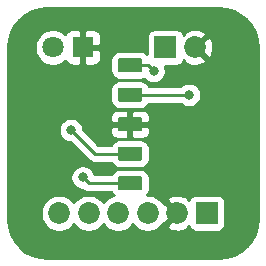
<source format=gbr>
G04 #@! TF.GenerationSoftware,KiCad,Pcbnew,5.1.4*
G04 #@! TF.CreationDate,2019-08-11T23:13:52-05:00*
G04 #@! TF.ProjectId,pic12f-garage-door,70696331-3266-42d6-9761-726167652d64,rev?*
G04 #@! TF.SameCoordinates,Original*
G04 #@! TF.FileFunction,Copper,L2,Bot*
G04 #@! TF.FilePolarity,Positive*
%FSLAX46Y46*%
G04 Gerber Fmt 4.6, Leading zero omitted, Abs format (unit mm)*
G04 Created by KiCad (PCBNEW 5.1.4) date 2019-08-11 23:13:52*
%MOMM*%
%LPD*%
G04 APERTURE LIST*
%ADD10R,1.850000X1.850000*%
%ADD11C,1.850000*%
%ADD12C,0.100000*%
%ADD13C,1.200000*%
%ADD14R,1.800000X1.800000*%
%ADD15C,1.800000*%
%ADD16C,0.800000*%
%ADD17C,0.250000*%
%ADD18C,0.254000*%
G04 APERTURE END LIST*
D10*
X120000000Y-50000000D03*
D11*
X122500000Y-50000000D03*
D10*
X123500000Y-64033400D03*
D11*
X121000000Y-64033400D03*
X118500000Y-64033400D03*
X116000000Y-64033400D03*
X113500000Y-64033400D03*
X111000000Y-64033400D03*
D12*
G36*
X117833524Y-50901156D02*
G01*
X117856822Y-50904612D01*
X117879668Y-50910334D01*
X117901844Y-50918269D01*
X117923135Y-50928339D01*
X117943337Y-50940447D01*
X117962254Y-50954477D01*
X117979706Y-50970294D01*
X117995523Y-50987746D01*
X118009553Y-51006663D01*
X118021661Y-51026865D01*
X118031731Y-51048156D01*
X118039666Y-51070332D01*
X118045388Y-51093178D01*
X118048844Y-51116476D01*
X118050000Y-51140000D01*
X118050000Y-51860000D01*
X118048844Y-51883524D01*
X118045388Y-51906822D01*
X118039666Y-51929668D01*
X118031731Y-51951844D01*
X118021661Y-51973135D01*
X118009553Y-51993337D01*
X117995523Y-52012254D01*
X117979706Y-52029706D01*
X117962254Y-52045523D01*
X117943337Y-52059553D01*
X117923135Y-52071661D01*
X117901844Y-52081731D01*
X117879668Y-52089666D01*
X117856822Y-52095388D01*
X117833524Y-52098844D01*
X117810000Y-52100000D01*
X116190000Y-52100000D01*
X116166476Y-52098844D01*
X116143178Y-52095388D01*
X116120332Y-52089666D01*
X116098156Y-52081731D01*
X116076865Y-52071661D01*
X116056663Y-52059553D01*
X116037746Y-52045523D01*
X116020294Y-52029706D01*
X116004477Y-52012254D01*
X115990447Y-51993337D01*
X115978339Y-51973135D01*
X115968269Y-51951844D01*
X115960334Y-51929668D01*
X115954612Y-51906822D01*
X115951156Y-51883524D01*
X115950000Y-51860000D01*
X115950000Y-51140000D01*
X115951156Y-51116476D01*
X115954612Y-51093178D01*
X115960334Y-51070332D01*
X115968269Y-51048156D01*
X115978339Y-51026865D01*
X115990447Y-51006663D01*
X116004477Y-50987746D01*
X116020294Y-50970294D01*
X116037746Y-50954477D01*
X116056663Y-50940447D01*
X116076865Y-50928339D01*
X116098156Y-50918269D01*
X116120332Y-50910334D01*
X116143178Y-50904612D01*
X116166476Y-50901156D01*
X116190000Y-50900000D01*
X117810000Y-50900000D01*
X117833524Y-50901156D01*
X117833524Y-50901156D01*
G37*
D13*
X117000000Y-51500000D03*
D12*
G36*
X117833524Y-53401156D02*
G01*
X117856822Y-53404612D01*
X117879668Y-53410334D01*
X117901844Y-53418269D01*
X117923135Y-53428339D01*
X117943337Y-53440447D01*
X117962254Y-53454477D01*
X117979706Y-53470294D01*
X117995523Y-53487746D01*
X118009553Y-53506663D01*
X118021661Y-53526865D01*
X118031731Y-53548156D01*
X118039666Y-53570332D01*
X118045388Y-53593178D01*
X118048844Y-53616476D01*
X118050000Y-53640000D01*
X118050000Y-54360000D01*
X118048844Y-54383524D01*
X118045388Y-54406822D01*
X118039666Y-54429668D01*
X118031731Y-54451844D01*
X118021661Y-54473135D01*
X118009553Y-54493337D01*
X117995523Y-54512254D01*
X117979706Y-54529706D01*
X117962254Y-54545523D01*
X117943337Y-54559553D01*
X117923135Y-54571661D01*
X117901844Y-54581731D01*
X117879668Y-54589666D01*
X117856822Y-54595388D01*
X117833524Y-54598844D01*
X117810000Y-54600000D01*
X116190000Y-54600000D01*
X116166476Y-54598844D01*
X116143178Y-54595388D01*
X116120332Y-54589666D01*
X116098156Y-54581731D01*
X116076865Y-54571661D01*
X116056663Y-54559553D01*
X116037746Y-54545523D01*
X116020294Y-54529706D01*
X116004477Y-54512254D01*
X115990447Y-54493337D01*
X115978339Y-54473135D01*
X115968269Y-54451844D01*
X115960334Y-54429668D01*
X115954612Y-54406822D01*
X115951156Y-54383524D01*
X115950000Y-54360000D01*
X115950000Y-53640000D01*
X115951156Y-53616476D01*
X115954612Y-53593178D01*
X115960334Y-53570332D01*
X115968269Y-53548156D01*
X115978339Y-53526865D01*
X115990447Y-53506663D01*
X116004477Y-53487746D01*
X116020294Y-53470294D01*
X116037746Y-53454477D01*
X116056663Y-53440447D01*
X116076865Y-53428339D01*
X116098156Y-53418269D01*
X116120332Y-53410334D01*
X116143178Y-53404612D01*
X116166476Y-53401156D01*
X116190000Y-53400000D01*
X117810000Y-53400000D01*
X117833524Y-53401156D01*
X117833524Y-53401156D01*
G37*
D13*
X117000000Y-54000000D03*
D12*
G36*
X117833524Y-55901156D02*
G01*
X117856822Y-55904612D01*
X117879668Y-55910334D01*
X117901844Y-55918269D01*
X117923135Y-55928339D01*
X117943337Y-55940447D01*
X117962254Y-55954477D01*
X117979706Y-55970294D01*
X117995523Y-55987746D01*
X118009553Y-56006663D01*
X118021661Y-56026865D01*
X118031731Y-56048156D01*
X118039666Y-56070332D01*
X118045388Y-56093178D01*
X118048844Y-56116476D01*
X118050000Y-56140000D01*
X118050000Y-56860000D01*
X118048844Y-56883524D01*
X118045388Y-56906822D01*
X118039666Y-56929668D01*
X118031731Y-56951844D01*
X118021661Y-56973135D01*
X118009553Y-56993337D01*
X117995523Y-57012254D01*
X117979706Y-57029706D01*
X117962254Y-57045523D01*
X117943337Y-57059553D01*
X117923135Y-57071661D01*
X117901844Y-57081731D01*
X117879668Y-57089666D01*
X117856822Y-57095388D01*
X117833524Y-57098844D01*
X117810000Y-57100000D01*
X116190000Y-57100000D01*
X116166476Y-57098844D01*
X116143178Y-57095388D01*
X116120332Y-57089666D01*
X116098156Y-57081731D01*
X116076865Y-57071661D01*
X116056663Y-57059553D01*
X116037746Y-57045523D01*
X116020294Y-57029706D01*
X116004477Y-57012254D01*
X115990447Y-56993337D01*
X115978339Y-56973135D01*
X115968269Y-56951844D01*
X115960334Y-56929668D01*
X115954612Y-56906822D01*
X115951156Y-56883524D01*
X115950000Y-56860000D01*
X115950000Y-56140000D01*
X115951156Y-56116476D01*
X115954612Y-56093178D01*
X115960334Y-56070332D01*
X115968269Y-56048156D01*
X115978339Y-56026865D01*
X115990447Y-56006663D01*
X116004477Y-55987746D01*
X116020294Y-55970294D01*
X116037746Y-55954477D01*
X116056663Y-55940447D01*
X116076865Y-55928339D01*
X116098156Y-55918269D01*
X116120332Y-55910334D01*
X116143178Y-55904612D01*
X116166476Y-55901156D01*
X116190000Y-55900000D01*
X117810000Y-55900000D01*
X117833524Y-55901156D01*
X117833524Y-55901156D01*
G37*
D13*
X117000000Y-56500000D03*
D12*
G36*
X117833524Y-58401156D02*
G01*
X117856822Y-58404612D01*
X117879668Y-58410334D01*
X117901844Y-58418269D01*
X117923135Y-58428339D01*
X117943337Y-58440447D01*
X117962254Y-58454477D01*
X117979706Y-58470294D01*
X117995523Y-58487746D01*
X118009553Y-58506663D01*
X118021661Y-58526865D01*
X118031731Y-58548156D01*
X118039666Y-58570332D01*
X118045388Y-58593178D01*
X118048844Y-58616476D01*
X118050000Y-58640000D01*
X118050000Y-59360000D01*
X118048844Y-59383524D01*
X118045388Y-59406822D01*
X118039666Y-59429668D01*
X118031731Y-59451844D01*
X118021661Y-59473135D01*
X118009553Y-59493337D01*
X117995523Y-59512254D01*
X117979706Y-59529706D01*
X117962254Y-59545523D01*
X117943337Y-59559553D01*
X117923135Y-59571661D01*
X117901844Y-59581731D01*
X117879668Y-59589666D01*
X117856822Y-59595388D01*
X117833524Y-59598844D01*
X117810000Y-59600000D01*
X116190000Y-59600000D01*
X116166476Y-59598844D01*
X116143178Y-59595388D01*
X116120332Y-59589666D01*
X116098156Y-59581731D01*
X116076865Y-59571661D01*
X116056663Y-59559553D01*
X116037746Y-59545523D01*
X116020294Y-59529706D01*
X116004477Y-59512254D01*
X115990447Y-59493337D01*
X115978339Y-59473135D01*
X115968269Y-59451844D01*
X115960334Y-59429668D01*
X115954612Y-59406822D01*
X115951156Y-59383524D01*
X115950000Y-59360000D01*
X115950000Y-58640000D01*
X115951156Y-58616476D01*
X115954612Y-58593178D01*
X115960334Y-58570332D01*
X115968269Y-58548156D01*
X115978339Y-58526865D01*
X115990447Y-58506663D01*
X116004477Y-58487746D01*
X116020294Y-58470294D01*
X116037746Y-58454477D01*
X116056663Y-58440447D01*
X116076865Y-58428339D01*
X116098156Y-58418269D01*
X116120332Y-58410334D01*
X116143178Y-58404612D01*
X116166476Y-58401156D01*
X116190000Y-58400000D01*
X117810000Y-58400000D01*
X117833524Y-58401156D01*
X117833524Y-58401156D01*
G37*
D13*
X117000000Y-59000000D03*
D12*
G36*
X117833524Y-60901156D02*
G01*
X117856822Y-60904612D01*
X117879668Y-60910334D01*
X117901844Y-60918269D01*
X117923135Y-60928339D01*
X117943337Y-60940447D01*
X117962254Y-60954477D01*
X117979706Y-60970294D01*
X117995523Y-60987746D01*
X118009553Y-61006663D01*
X118021661Y-61026865D01*
X118031731Y-61048156D01*
X118039666Y-61070332D01*
X118045388Y-61093178D01*
X118048844Y-61116476D01*
X118050000Y-61140000D01*
X118050000Y-61860000D01*
X118048844Y-61883524D01*
X118045388Y-61906822D01*
X118039666Y-61929668D01*
X118031731Y-61951844D01*
X118021661Y-61973135D01*
X118009553Y-61993337D01*
X117995523Y-62012254D01*
X117979706Y-62029706D01*
X117962254Y-62045523D01*
X117943337Y-62059553D01*
X117923135Y-62071661D01*
X117901844Y-62081731D01*
X117879668Y-62089666D01*
X117856822Y-62095388D01*
X117833524Y-62098844D01*
X117810000Y-62100000D01*
X116190000Y-62100000D01*
X116166476Y-62098844D01*
X116143178Y-62095388D01*
X116120332Y-62089666D01*
X116098156Y-62081731D01*
X116076865Y-62071661D01*
X116056663Y-62059553D01*
X116037746Y-62045523D01*
X116020294Y-62029706D01*
X116004477Y-62012254D01*
X115990447Y-61993337D01*
X115978339Y-61973135D01*
X115968269Y-61951844D01*
X115960334Y-61929668D01*
X115954612Y-61906822D01*
X115951156Y-61883524D01*
X115950000Y-61860000D01*
X115950000Y-61140000D01*
X115951156Y-61116476D01*
X115954612Y-61093178D01*
X115960334Y-61070332D01*
X115968269Y-61048156D01*
X115978339Y-61026865D01*
X115990447Y-61006663D01*
X116004477Y-60987746D01*
X116020294Y-60970294D01*
X116037746Y-60954477D01*
X116056663Y-60940447D01*
X116076865Y-60928339D01*
X116098156Y-60918269D01*
X116120332Y-60910334D01*
X116143178Y-60904612D01*
X116166476Y-60901156D01*
X116190000Y-60900000D01*
X117810000Y-60900000D01*
X117833524Y-60901156D01*
X117833524Y-60901156D01*
G37*
D13*
X117000000Y-61500000D03*
D14*
X113000000Y-50000000D03*
D15*
X110460000Y-50000000D03*
D16*
X120987347Y-55987347D03*
X112000000Y-57000000D03*
X113000000Y-61000000D03*
X121987347Y-54012653D03*
X119000000Y-52000000D03*
D17*
X116389991Y-56189991D02*
X117000000Y-56800000D01*
X121000000Y-56000000D02*
X120987347Y-55987347D01*
X117000000Y-59000000D02*
X114000000Y-59000000D01*
X114000000Y-59000000D02*
X112000000Y-57000000D01*
X113500000Y-61500000D02*
X117000000Y-61500000D01*
X113000000Y-61000000D02*
X113500000Y-61500000D01*
X121987347Y-54012653D02*
X119012653Y-54012653D01*
X119000000Y-54000000D02*
X117000000Y-54000000D01*
X119012653Y-54012653D02*
X119000000Y-54000000D01*
X117000000Y-51500000D02*
X118500000Y-51500000D01*
X118500000Y-51500000D02*
X119000000Y-52000000D01*
D18*
G36*
X125148126Y-46726714D02*
G01*
X125771572Y-46914943D01*
X126346579Y-47220681D01*
X126851247Y-47632279D01*
X127266362Y-48134067D01*
X127576105Y-48706924D01*
X127768682Y-49329039D01*
X127840001Y-50007593D01*
X127840000Y-52467581D01*
X127840000Y-52467582D01*
X127840001Y-64467711D01*
X127773286Y-65148126D01*
X127585057Y-65771570D01*
X127279323Y-66346573D01*
X126867721Y-66851248D01*
X126365933Y-67266362D01*
X125793077Y-67576104D01*
X125170961Y-67768682D01*
X124492417Y-67840000D01*
X110032279Y-67840000D01*
X109351874Y-67773286D01*
X108728430Y-67585057D01*
X108153427Y-67279323D01*
X107648752Y-66867721D01*
X107233638Y-66365933D01*
X106923896Y-65793077D01*
X106731318Y-65170961D01*
X106660000Y-64492417D01*
X106660000Y-63879753D01*
X109440000Y-63879753D01*
X109440000Y-64187047D01*
X109499950Y-64488435D01*
X109617546Y-64772337D01*
X109788269Y-65027842D01*
X110005558Y-65245131D01*
X110261063Y-65415854D01*
X110544965Y-65533450D01*
X110846353Y-65593400D01*
X111153647Y-65593400D01*
X111455035Y-65533450D01*
X111738937Y-65415854D01*
X111994442Y-65245131D01*
X112211731Y-65027842D01*
X112250000Y-64970568D01*
X112288269Y-65027842D01*
X112505558Y-65245131D01*
X112761063Y-65415854D01*
X113044965Y-65533450D01*
X113346353Y-65593400D01*
X113653647Y-65593400D01*
X113955035Y-65533450D01*
X114238937Y-65415854D01*
X114494442Y-65245131D01*
X114711731Y-65027842D01*
X114750000Y-64970568D01*
X114788269Y-65027842D01*
X115005558Y-65245131D01*
X115261063Y-65415854D01*
X115544965Y-65533450D01*
X115846353Y-65593400D01*
X116153647Y-65593400D01*
X116455035Y-65533450D01*
X116738937Y-65415854D01*
X116994442Y-65245131D01*
X117211731Y-65027842D01*
X117250000Y-64970568D01*
X117288269Y-65027842D01*
X117505558Y-65245131D01*
X117761063Y-65415854D01*
X118044965Y-65533450D01*
X118346353Y-65593400D01*
X118653647Y-65593400D01*
X118955035Y-65533450D01*
X119238937Y-65415854D01*
X119494442Y-65245131D01*
X119711731Y-65027842D01*
X119799948Y-64895815D01*
X119918083Y-64935712D01*
X120820395Y-64033400D01*
X119918083Y-63131088D01*
X119799948Y-63170985D01*
X119711731Y-63038958D01*
X119624256Y-62951483D01*
X120097688Y-62951483D01*
X121000000Y-63853795D01*
X121014143Y-63839653D01*
X121193748Y-64019258D01*
X121179605Y-64033400D01*
X121193748Y-64047543D01*
X121014143Y-64227148D01*
X121000000Y-64213005D01*
X120097688Y-65115317D01*
X120184393Y-65372053D01*
X120461223Y-65505448D01*
X120758757Y-65582273D01*
X121065562Y-65599576D01*
X121369848Y-65556692D01*
X121659921Y-65455268D01*
X121815607Y-65372053D01*
X121902311Y-65115319D01*
X121983724Y-65196732D01*
X121985498Y-65202580D01*
X122044463Y-65312894D01*
X122123815Y-65409585D01*
X122220506Y-65488937D01*
X122330820Y-65547902D01*
X122450518Y-65584212D01*
X122575000Y-65596472D01*
X124425000Y-65596472D01*
X124549482Y-65584212D01*
X124669180Y-65547902D01*
X124779494Y-65488937D01*
X124876185Y-65409585D01*
X124955537Y-65312894D01*
X125014502Y-65202580D01*
X125050812Y-65082882D01*
X125063072Y-64958400D01*
X125063072Y-63108400D01*
X125050812Y-62983918D01*
X125014502Y-62864220D01*
X124955537Y-62753906D01*
X124876185Y-62657215D01*
X124779494Y-62577863D01*
X124669180Y-62518898D01*
X124549482Y-62482588D01*
X124425000Y-62470328D01*
X122575000Y-62470328D01*
X122450518Y-62482588D01*
X122330820Y-62518898D01*
X122220506Y-62577863D01*
X122123815Y-62657215D01*
X122044463Y-62753906D01*
X121985498Y-62864220D01*
X121983724Y-62870068D01*
X121902311Y-62951481D01*
X121815607Y-62694747D01*
X121538777Y-62561352D01*
X121241243Y-62484527D01*
X120934438Y-62467224D01*
X120630152Y-62510108D01*
X120340079Y-62611532D01*
X120184393Y-62694747D01*
X120097688Y-62951483D01*
X119624256Y-62951483D01*
X119494442Y-62821669D01*
X119238937Y-62650946D01*
X118955035Y-62533350D01*
X118653647Y-62473400D01*
X118437039Y-62473400D01*
X118540090Y-62347831D01*
X118621233Y-62196024D01*
X118671200Y-62031303D01*
X118688072Y-61860000D01*
X118688072Y-61140000D01*
X118671200Y-60968697D01*
X118621233Y-60803976D01*
X118540090Y-60652169D01*
X118430891Y-60519109D01*
X118297831Y-60409910D01*
X118146024Y-60328767D01*
X117981303Y-60278800D01*
X117810000Y-60261928D01*
X116190000Y-60261928D01*
X116018697Y-60278800D01*
X115853976Y-60328767D01*
X115702169Y-60409910D01*
X115569109Y-60519109D01*
X115459910Y-60652169D01*
X115412963Y-60740000D01*
X114003560Y-60740000D01*
X113995226Y-60698102D01*
X113917205Y-60509744D01*
X113803937Y-60340226D01*
X113659774Y-60196063D01*
X113490256Y-60082795D01*
X113301898Y-60004774D01*
X113101939Y-59965000D01*
X112898061Y-59965000D01*
X112698102Y-60004774D01*
X112509744Y-60082795D01*
X112340226Y-60196063D01*
X112196063Y-60340226D01*
X112082795Y-60509744D01*
X112004774Y-60698102D01*
X111965000Y-60898061D01*
X111965000Y-61101939D01*
X112004774Y-61301898D01*
X112082795Y-61490256D01*
X112196063Y-61659774D01*
X112340226Y-61803937D01*
X112509744Y-61917205D01*
X112698102Y-61995226D01*
X112898061Y-62035000D01*
X112955895Y-62035000D01*
X112959999Y-62040001D01*
X113075724Y-62134974D01*
X113207753Y-62205546D01*
X113351014Y-62249003D01*
X113462667Y-62260000D01*
X113462675Y-62260000D01*
X113500000Y-62263676D01*
X113537325Y-62260000D01*
X115412963Y-62260000D01*
X115459910Y-62347831D01*
X115569109Y-62480891D01*
X115615850Y-62519250D01*
X115544965Y-62533350D01*
X115261063Y-62650946D01*
X115005558Y-62821669D01*
X114788269Y-63038958D01*
X114750000Y-63096232D01*
X114711731Y-63038958D01*
X114494442Y-62821669D01*
X114238937Y-62650946D01*
X113955035Y-62533350D01*
X113653647Y-62473400D01*
X113346353Y-62473400D01*
X113044965Y-62533350D01*
X112761063Y-62650946D01*
X112505558Y-62821669D01*
X112288269Y-63038958D01*
X112250000Y-63096232D01*
X112211731Y-63038958D01*
X111994442Y-62821669D01*
X111738937Y-62650946D01*
X111455035Y-62533350D01*
X111153647Y-62473400D01*
X110846353Y-62473400D01*
X110544965Y-62533350D01*
X110261063Y-62650946D01*
X110005558Y-62821669D01*
X109788269Y-63038958D01*
X109617546Y-63294463D01*
X109499950Y-63578365D01*
X109440000Y-63879753D01*
X106660000Y-63879753D01*
X106660000Y-56898061D01*
X110965000Y-56898061D01*
X110965000Y-57101939D01*
X111004774Y-57301898D01*
X111082795Y-57490256D01*
X111196063Y-57659774D01*
X111340226Y-57803937D01*
X111509744Y-57917205D01*
X111698102Y-57995226D01*
X111898061Y-58035000D01*
X111960199Y-58035000D01*
X113436201Y-59511003D01*
X113459999Y-59540001D01*
X113488997Y-59563799D01*
X113575723Y-59634974D01*
X113689939Y-59696024D01*
X113707753Y-59705546D01*
X113851014Y-59749003D01*
X113962667Y-59760000D01*
X113962676Y-59760000D01*
X113999999Y-59763676D01*
X114037322Y-59760000D01*
X115412963Y-59760000D01*
X115459910Y-59847831D01*
X115569109Y-59980891D01*
X115702169Y-60090090D01*
X115853976Y-60171233D01*
X116018697Y-60221200D01*
X116190000Y-60238072D01*
X117810000Y-60238072D01*
X117981303Y-60221200D01*
X118146024Y-60171233D01*
X118297831Y-60090090D01*
X118430891Y-59980891D01*
X118540090Y-59847831D01*
X118621233Y-59696024D01*
X118671200Y-59531303D01*
X118688072Y-59360000D01*
X118688072Y-58640000D01*
X118671200Y-58468697D01*
X118621233Y-58303976D01*
X118540090Y-58152169D01*
X118430891Y-58019109D01*
X118297831Y-57909910D01*
X118146024Y-57828767D01*
X117981303Y-57778800D01*
X117810000Y-57761928D01*
X116190000Y-57761928D01*
X116018697Y-57778800D01*
X115853976Y-57828767D01*
X115702169Y-57909910D01*
X115569109Y-58019109D01*
X115459910Y-58152169D01*
X115412963Y-58240000D01*
X114314802Y-58240000D01*
X113174802Y-57100000D01*
X115311928Y-57100000D01*
X115324188Y-57224482D01*
X115360498Y-57344180D01*
X115419463Y-57454494D01*
X115498815Y-57551185D01*
X115595506Y-57630537D01*
X115705820Y-57689502D01*
X115825518Y-57725812D01*
X115950000Y-57738072D01*
X116714250Y-57735000D01*
X116873000Y-57576250D01*
X116873000Y-56627000D01*
X117127000Y-56627000D01*
X117127000Y-57576250D01*
X117285750Y-57735000D01*
X118050000Y-57738072D01*
X118174482Y-57725812D01*
X118294180Y-57689502D01*
X118404494Y-57630537D01*
X118501185Y-57551185D01*
X118580537Y-57454494D01*
X118639502Y-57344180D01*
X118675812Y-57224482D01*
X118688072Y-57100000D01*
X118685000Y-56785750D01*
X118526250Y-56627000D01*
X117127000Y-56627000D01*
X116873000Y-56627000D01*
X115473750Y-56627000D01*
X115315000Y-56785750D01*
X115311928Y-57100000D01*
X113174802Y-57100000D01*
X113035000Y-56960199D01*
X113035000Y-56898061D01*
X112995226Y-56698102D01*
X112917205Y-56509744D01*
X112803937Y-56340226D01*
X112659774Y-56196063D01*
X112490256Y-56082795D01*
X112301898Y-56004774D01*
X112101939Y-55965000D01*
X111898061Y-55965000D01*
X111698102Y-56004774D01*
X111509744Y-56082795D01*
X111340226Y-56196063D01*
X111196063Y-56340226D01*
X111082795Y-56509744D01*
X111004774Y-56698102D01*
X110965000Y-56898061D01*
X106660000Y-56898061D01*
X106660000Y-55900000D01*
X115311928Y-55900000D01*
X115315000Y-56214250D01*
X115473750Y-56373000D01*
X116873000Y-56373000D01*
X116873000Y-55423750D01*
X117127000Y-55423750D01*
X117127000Y-56373000D01*
X118526250Y-56373000D01*
X118685000Y-56214250D01*
X118688072Y-55900000D01*
X118675812Y-55775518D01*
X118639502Y-55655820D01*
X118580537Y-55545506D01*
X118501185Y-55448815D01*
X118404494Y-55369463D01*
X118294180Y-55310498D01*
X118174482Y-55274188D01*
X118050000Y-55261928D01*
X117285750Y-55265000D01*
X117127000Y-55423750D01*
X116873000Y-55423750D01*
X116714250Y-55265000D01*
X115950000Y-55261928D01*
X115825518Y-55274188D01*
X115705820Y-55310498D01*
X115595506Y-55369463D01*
X115498815Y-55448815D01*
X115419463Y-55545506D01*
X115360498Y-55655820D01*
X115324188Y-55775518D01*
X115311928Y-55900000D01*
X106660000Y-55900000D01*
X106660000Y-53640000D01*
X115311928Y-53640000D01*
X115311928Y-54360000D01*
X115328800Y-54531303D01*
X115378767Y-54696024D01*
X115459910Y-54847831D01*
X115569109Y-54980891D01*
X115702169Y-55090090D01*
X115853976Y-55171233D01*
X116018697Y-55221200D01*
X116190000Y-55238072D01*
X117810000Y-55238072D01*
X117981303Y-55221200D01*
X118146024Y-55171233D01*
X118297831Y-55090090D01*
X118430891Y-54980891D01*
X118540090Y-54847831D01*
X118587037Y-54760000D01*
X118858208Y-54760000D01*
X118863667Y-54761656D01*
X118975320Y-54772653D01*
X118975330Y-54772653D01*
X119012652Y-54776329D01*
X119049975Y-54772653D01*
X121283636Y-54772653D01*
X121327573Y-54816590D01*
X121497091Y-54929858D01*
X121685449Y-55007879D01*
X121885408Y-55047653D01*
X122089286Y-55047653D01*
X122289245Y-55007879D01*
X122477603Y-54929858D01*
X122647121Y-54816590D01*
X122791284Y-54672427D01*
X122904552Y-54502909D01*
X122982573Y-54314551D01*
X123022347Y-54114592D01*
X123022347Y-53910714D01*
X122982573Y-53710755D01*
X122904552Y-53522397D01*
X122791284Y-53352879D01*
X122647121Y-53208716D01*
X122477603Y-53095448D01*
X122289245Y-53017427D01*
X122089286Y-52977653D01*
X121885408Y-52977653D01*
X121685449Y-53017427D01*
X121497091Y-53095448D01*
X121327573Y-53208716D01*
X121283636Y-53252653D01*
X119154445Y-53252653D01*
X119148986Y-53250997D01*
X119037333Y-53240000D01*
X119037322Y-53240000D01*
X119000000Y-53236324D01*
X118962678Y-53240000D01*
X118587037Y-53240000D01*
X118540090Y-53152169D01*
X118430891Y-53019109D01*
X118297831Y-52909910D01*
X118146024Y-52828767D01*
X117981303Y-52778800D01*
X117810000Y-52761928D01*
X116190000Y-52761928D01*
X116018697Y-52778800D01*
X115853976Y-52828767D01*
X115702169Y-52909910D01*
X115569109Y-53019109D01*
X115459910Y-53152169D01*
X115378767Y-53303976D01*
X115328800Y-53468697D01*
X115311928Y-53640000D01*
X106660000Y-53640000D01*
X106660000Y-50032278D01*
X106677988Y-49848816D01*
X108925000Y-49848816D01*
X108925000Y-50151184D01*
X108983989Y-50447743D01*
X109099701Y-50727095D01*
X109267688Y-50978505D01*
X109481495Y-51192312D01*
X109732905Y-51360299D01*
X110012257Y-51476011D01*
X110308816Y-51535000D01*
X110611184Y-51535000D01*
X110907743Y-51476011D01*
X111187095Y-51360299D01*
X111438505Y-51192312D01*
X111504944Y-51125873D01*
X111510498Y-51144180D01*
X111569463Y-51254494D01*
X111648815Y-51351185D01*
X111745506Y-51430537D01*
X111855820Y-51489502D01*
X111975518Y-51525812D01*
X112100000Y-51538072D01*
X112714250Y-51535000D01*
X112873000Y-51376250D01*
X112873000Y-50127000D01*
X113127000Y-50127000D01*
X113127000Y-51376250D01*
X113285750Y-51535000D01*
X113900000Y-51538072D01*
X114024482Y-51525812D01*
X114144180Y-51489502D01*
X114254494Y-51430537D01*
X114351185Y-51351185D01*
X114430537Y-51254494D01*
X114489502Y-51144180D01*
X114490769Y-51140000D01*
X115311928Y-51140000D01*
X115311928Y-51860000D01*
X115328800Y-52031303D01*
X115378767Y-52196024D01*
X115459910Y-52347831D01*
X115569109Y-52480891D01*
X115702169Y-52590090D01*
X115853976Y-52671233D01*
X116018697Y-52721200D01*
X116190000Y-52738072D01*
X117810000Y-52738072D01*
X117981303Y-52721200D01*
X118146024Y-52671233D01*
X118188536Y-52648510D01*
X118196063Y-52659774D01*
X118340226Y-52803937D01*
X118509744Y-52917205D01*
X118698102Y-52995226D01*
X118898061Y-53035000D01*
X119101939Y-53035000D01*
X119301898Y-52995226D01*
X119490256Y-52917205D01*
X119659774Y-52803937D01*
X119803937Y-52659774D01*
X119917205Y-52490256D01*
X119995226Y-52301898D01*
X120035000Y-52101939D01*
X120035000Y-51898061D01*
X119995226Y-51698102D01*
X119939294Y-51563072D01*
X120925000Y-51563072D01*
X121049482Y-51550812D01*
X121169180Y-51514502D01*
X121279494Y-51455537D01*
X121376185Y-51376185D01*
X121455537Y-51279494D01*
X121514502Y-51169180D01*
X121516276Y-51163332D01*
X121597689Y-51081919D01*
X121684393Y-51338653D01*
X121961223Y-51472048D01*
X122258757Y-51548873D01*
X122565562Y-51566176D01*
X122869848Y-51523292D01*
X123159921Y-51421868D01*
X123315607Y-51338653D01*
X123402312Y-51081917D01*
X122500000Y-50179605D01*
X122485858Y-50193748D01*
X122306253Y-50014143D01*
X122320395Y-50000000D01*
X122679605Y-50000000D01*
X123581917Y-50902312D01*
X123838653Y-50815607D01*
X123972048Y-50538777D01*
X124048873Y-50241243D01*
X124066176Y-49934438D01*
X124023292Y-49630152D01*
X123921868Y-49340079D01*
X123838653Y-49184393D01*
X123581917Y-49097688D01*
X122679605Y-50000000D01*
X122320395Y-50000000D01*
X122306253Y-49985858D01*
X122485858Y-49806253D01*
X122500000Y-49820395D01*
X123402312Y-48918083D01*
X123315607Y-48661347D01*
X123038777Y-48527952D01*
X122741243Y-48451127D01*
X122434438Y-48433824D01*
X122130152Y-48476708D01*
X121840079Y-48578132D01*
X121684393Y-48661347D01*
X121597689Y-48918081D01*
X121516276Y-48836668D01*
X121514502Y-48830820D01*
X121455537Y-48720506D01*
X121376185Y-48623815D01*
X121279494Y-48544463D01*
X121169180Y-48485498D01*
X121049482Y-48449188D01*
X120925000Y-48436928D01*
X119075000Y-48436928D01*
X118950518Y-48449188D01*
X118830820Y-48485498D01*
X118720506Y-48544463D01*
X118623815Y-48623815D01*
X118544463Y-48720506D01*
X118485498Y-48830820D01*
X118449188Y-48950518D01*
X118436928Y-49075000D01*
X118436928Y-50526465D01*
X118430891Y-50519109D01*
X118297831Y-50409910D01*
X118146024Y-50328767D01*
X117981303Y-50278800D01*
X117810000Y-50261928D01*
X116190000Y-50261928D01*
X116018697Y-50278800D01*
X115853976Y-50328767D01*
X115702169Y-50409910D01*
X115569109Y-50519109D01*
X115459910Y-50652169D01*
X115378767Y-50803976D01*
X115328800Y-50968697D01*
X115311928Y-51140000D01*
X114490769Y-51140000D01*
X114525812Y-51024482D01*
X114538072Y-50900000D01*
X114535000Y-50285750D01*
X114376250Y-50127000D01*
X113127000Y-50127000D01*
X112873000Y-50127000D01*
X112853000Y-50127000D01*
X112853000Y-49873000D01*
X112873000Y-49873000D01*
X112873000Y-48623750D01*
X113127000Y-48623750D01*
X113127000Y-49873000D01*
X114376250Y-49873000D01*
X114535000Y-49714250D01*
X114538072Y-49100000D01*
X114525812Y-48975518D01*
X114489502Y-48855820D01*
X114430537Y-48745506D01*
X114351185Y-48648815D01*
X114254494Y-48569463D01*
X114144180Y-48510498D01*
X114024482Y-48474188D01*
X113900000Y-48461928D01*
X113285750Y-48465000D01*
X113127000Y-48623750D01*
X112873000Y-48623750D01*
X112714250Y-48465000D01*
X112100000Y-48461928D01*
X111975518Y-48474188D01*
X111855820Y-48510498D01*
X111745506Y-48569463D01*
X111648815Y-48648815D01*
X111569463Y-48745506D01*
X111510498Y-48855820D01*
X111504944Y-48874127D01*
X111438505Y-48807688D01*
X111187095Y-48639701D01*
X110907743Y-48523989D01*
X110611184Y-48465000D01*
X110308816Y-48465000D01*
X110012257Y-48523989D01*
X109732905Y-48639701D01*
X109481495Y-48807688D01*
X109267688Y-49021495D01*
X109099701Y-49272905D01*
X108983989Y-49552257D01*
X108925000Y-49848816D01*
X106677988Y-49848816D01*
X106726714Y-49351874D01*
X106914943Y-48728428D01*
X107220681Y-48153421D01*
X107632279Y-47648753D01*
X108134067Y-47233638D01*
X108706924Y-46923895D01*
X109329039Y-46731318D01*
X110007584Y-46660000D01*
X124467722Y-46660000D01*
X125148126Y-46726714D01*
X125148126Y-46726714D01*
G37*
X125148126Y-46726714D02*
X125771572Y-46914943D01*
X126346579Y-47220681D01*
X126851247Y-47632279D01*
X127266362Y-48134067D01*
X127576105Y-48706924D01*
X127768682Y-49329039D01*
X127840001Y-50007593D01*
X127840000Y-52467581D01*
X127840000Y-52467582D01*
X127840001Y-64467711D01*
X127773286Y-65148126D01*
X127585057Y-65771570D01*
X127279323Y-66346573D01*
X126867721Y-66851248D01*
X126365933Y-67266362D01*
X125793077Y-67576104D01*
X125170961Y-67768682D01*
X124492417Y-67840000D01*
X110032279Y-67840000D01*
X109351874Y-67773286D01*
X108728430Y-67585057D01*
X108153427Y-67279323D01*
X107648752Y-66867721D01*
X107233638Y-66365933D01*
X106923896Y-65793077D01*
X106731318Y-65170961D01*
X106660000Y-64492417D01*
X106660000Y-63879753D01*
X109440000Y-63879753D01*
X109440000Y-64187047D01*
X109499950Y-64488435D01*
X109617546Y-64772337D01*
X109788269Y-65027842D01*
X110005558Y-65245131D01*
X110261063Y-65415854D01*
X110544965Y-65533450D01*
X110846353Y-65593400D01*
X111153647Y-65593400D01*
X111455035Y-65533450D01*
X111738937Y-65415854D01*
X111994442Y-65245131D01*
X112211731Y-65027842D01*
X112250000Y-64970568D01*
X112288269Y-65027842D01*
X112505558Y-65245131D01*
X112761063Y-65415854D01*
X113044965Y-65533450D01*
X113346353Y-65593400D01*
X113653647Y-65593400D01*
X113955035Y-65533450D01*
X114238937Y-65415854D01*
X114494442Y-65245131D01*
X114711731Y-65027842D01*
X114750000Y-64970568D01*
X114788269Y-65027842D01*
X115005558Y-65245131D01*
X115261063Y-65415854D01*
X115544965Y-65533450D01*
X115846353Y-65593400D01*
X116153647Y-65593400D01*
X116455035Y-65533450D01*
X116738937Y-65415854D01*
X116994442Y-65245131D01*
X117211731Y-65027842D01*
X117250000Y-64970568D01*
X117288269Y-65027842D01*
X117505558Y-65245131D01*
X117761063Y-65415854D01*
X118044965Y-65533450D01*
X118346353Y-65593400D01*
X118653647Y-65593400D01*
X118955035Y-65533450D01*
X119238937Y-65415854D01*
X119494442Y-65245131D01*
X119711731Y-65027842D01*
X119799948Y-64895815D01*
X119918083Y-64935712D01*
X120820395Y-64033400D01*
X119918083Y-63131088D01*
X119799948Y-63170985D01*
X119711731Y-63038958D01*
X119624256Y-62951483D01*
X120097688Y-62951483D01*
X121000000Y-63853795D01*
X121014143Y-63839653D01*
X121193748Y-64019258D01*
X121179605Y-64033400D01*
X121193748Y-64047543D01*
X121014143Y-64227148D01*
X121000000Y-64213005D01*
X120097688Y-65115317D01*
X120184393Y-65372053D01*
X120461223Y-65505448D01*
X120758757Y-65582273D01*
X121065562Y-65599576D01*
X121369848Y-65556692D01*
X121659921Y-65455268D01*
X121815607Y-65372053D01*
X121902311Y-65115319D01*
X121983724Y-65196732D01*
X121985498Y-65202580D01*
X122044463Y-65312894D01*
X122123815Y-65409585D01*
X122220506Y-65488937D01*
X122330820Y-65547902D01*
X122450518Y-65584212D01*
X122575000Y-65596472D01*
X124425000Y-65596472D01*
X124549482Y-65584212D01*
X124669180Y-65547902D01*
X124779494Y-65488937D01*
X124876185Y-65409585D01*
X124955537Y-65312894D01*
X125014502Y-65202580D01*
X125050812Y-65082882D01*
X125063072Y-64958400D01*
X125063072Y-63108400D01*
X125050812Y-62983918D01*
X125014502Y-62864220D01*
X124955537Y-62753906D01*
X124876185Y-62657215D01*
X124779494Y-62577863D01*
X124669180Y-62518898D01*
X124549482Y-62482588D01*
X124425000Y-62470328D01*
X122575000Y-62470328D01*
X122450518Y-62482588D01*
X122330820Y-62518898D01*
X122220506Y-62577863D01*
X122123815Y-62657215D01*
X122044463Y-62753906D01*
X121985498Y-62864220D01*
X121983724Y-62870068D01*
X121902311Y-62951481D01*
X121815607Y-62694747D01*
X121538777Y-62561352D01*
X121241243Y-62484527D01*
X120934438Y-62467224D01*
X120630152Y-62510108D01*
X120340079Y-62611532D01*
X120184393Y-62694747D01*
X120097688Y-62951483D01*
X119624256Y-62951483D01*
X119494442Y-62821669D01*
X119238937Y-62650946D01*
X118955035Y-62533350D01*
X118653647Y-62473400D01*
X118437039Y-62473400D01*
X118540090Y-62347831D01*
X118621233Y-62196024D01*
X118671200Y-62031303D01*
X118688072Y-61860000D01*
X118688072Y-61140000D01*
X118671200Y-60968697D01*
X118621233Y-60803976D01*
X118540090Y-60652169D01*
X118430891Y-60519109D01*
X118297831Y-60409910D01*
X118146024Y-60328767D01*
X117981303Y-60278800D01*
X117810000Y-60261928D01*
X116190000Y-60261928D01*
X116018697Y-60278800D01*
X115853976Y-60328767D01*
X115702169Y-60409910D01*
X115569109Y-60519109D01*
X115459910Y-60652169D01*
X115412963Y-60740000D01*
X114003560Y-60740000D01*
X113995226Y-60698102D01*
X113917205Y-60509744D01*
X113803937Y-60340226D01*
X113659774Y-60196063D01*
X113490256Y-60082795D01*
X113301898Y-60004774D01*
X113101939Y-59965000D01*
X112898061Y-59965000D01*
X112698102Y-60004774D01*
X112509744Y-60082795D01*
X112340226Y-60196063D01*
X112196063Y-60340226D01*
X112082795Y-60509744D01*
X112004774Y-60698102D01*
X111965000Y-60898061D01*
X111965000Y-61101939D01*
X112004774Y-61301898D01*
X112082795Y-61490256D01*
X112196063Y-61659774D01*
X112340226Y-61803937D01*
X112509744Y-61917205D01*
X112698102Y-61995226D01*
X112898061Y-62035000D01*
X112955895Y-62035000D01*
X112959999Y-62040001D01*
X113075724Y-62134974D01*
X113207753Y-62205546D01*
X113351014Y-62249003D01*
X113462667Y-62260000D01*
X113462675Y-62260000D01*
X113500000Y-62263676D01*
X113537325Y-62260000D01*
X115412963Y-62260000D01*
X115459910Y-62347831D01*
X115569109Y-62480891D01*
X115615850Y-62519250D01*
X115544965Y-62533350D01*
X115261063Y-62650946D01*
X115005558Y-62821669D01*
X114788269Y-63038958D01*
X114750000Y-63096232D01*
X114711731Y-63038958D01*
X114494442Y-62821669D01*
X114238937Y-62650946D01*
X113955035Y-62533350D01*
X113653647Y-62473400D01*
X113346353Y-62473400D01*
X113044965Y-62533350D01*
X112761063Y-62650946D01*
X112505558Y-62821669D01*
X112288269Y-63038958D01*
X112250000Y-63096232D01*
X112211731Y-63038958D01*
X111994442Y-62821669D01*
X111738937Y-62650946D01*
X111455035Y-62533350D01*
X111153647Y-62473400D01*
X110846353Y-62473400D01*
X110544965Y-62533350D01*
X110261063Y-62650946D01*
X110005558Y-62821669D01*
X109788269Y-63038958D01*
X109617546Y-63294463D01*
X109499950Y-63578365D01*
X109440000Y-63879753D01*
X106660000Y-63879753D01*
X106660000Y-56898061D01*
X110965000Y-56898061D01*
X110965000Y-57101939D01*
X111004774Y-57301898D01*
X111082795Y-57490256D01*
X111196063Y-57659774D01*
X111340226Y-57803937D01*
X111509744Y-57917205D01*
X111698102Y-57995226D01*
X111898061Y-58035000D01*
X111960199Y-58035000D01*
X113436201Y-59511003D01*
X113459999Y-59540001D01*
X113488997Y-59563799D01*
X113575723Y-59634974D01*
X113689939Y-59696024D01*
X113707753Y-59705546D01*
X113851014Y-59749003D01*
X113962667Y-59760000D01*
X113962676Y-59760000D01*
X113999999Y-59763676D01*
X114037322Y-59760000D01*
X115412963Y-59760000D01*
X115459910Y-59847831D01*
X115569109Y-59980891D01*
X115702169Y-60090090D01*
X115853976Y-60171233D01*
X116018697Y-60221200D01*
X116190000Y-60238072D01*
X117810000Y-60238072D01*
X117981303Y-60221200D01*
X118146024Y-60171233D01*
X118297831Y-60090090D01*
X118430891Y-59980891D01*
X118540090Y-59847831D01*
X118621233Y-59696024D01*
X118671200Y-59531303D01*
X118688072Y-59360000D01*
X118688072Y-58640000D01*
X118671200Y-58468697D01*
X118621233Y-58303976D01*
X118540090Y-58152169D01*
X118430891Y-58019109D01*
X118297831Y-57909910D01*
X118146024Y-57828767D01*
X117981303Y-57778800D01*
X117810000Y-57761928D01*
X116190000Y-57761928D01*
X116018697Y-57778800D01*
X115853976Y-57828767D01*
X115702169Y-57909910D01*
X115569109Y-58019109D01*
X115459910Y-58152169D01*
X115412963Y-58240000D01*
X114314802Y-58240000D01*
X113174802Y-57100000D01*
X115311928Y-57100000D01*
X115324188Y-57224482D01*
X115360498Y-57344180D01*
X115419463Y-57454494D01*
X115498815Y-57551185D01*
X115595506Y-57630537D01*
X115705820Y-57689502D01*
X115825518Y-57725812D01*
X115950000Y-57738072D01*
X116714250Y-57735000D01*
X116873000Y-57576250D01*
X116873000Y-56627000D01*
X117127000Y-56627000D01*
X117127000Y-57576250D01*
X117285750Y-57735000D01*
X118050000Y-57738072D01*
X118174482Y-57725812D01*
X118294180Y-57689502D01*
X118404494Y-57630537D01*
X118501185Y-57551185D01*
X118580537Y-57454494D01*
X118639502Y-57344180D01*
X118675812Y-57224482D01*
X118688072Y-57100000D01*
X118685000Y-56785750D01*
X118526250Y-56627000D01*
X117127000Y-56627000D01*
X116873000Y-56627000D01*
X115473750Y-56627000D01*
X115315000Y-56785750D01*
X115311928Y-57100000D01*
X113174802Y-57100000D01*
X113035000Y-56960199D01*
X113035000Y-56898061D01*
X112995226Y-56698102D01*
X112917205Y-56509744D01*
X112803937Y-56340226D01*
X112659774Y-56196063D01*
X112490256Y-56082795D01*
X112301898Y-56004774D01*
X112101939Y-55965000D01*
X111898061Y-55965000D01*
X111698102Y-56004774D01*
X111509744Y-56082795D01*
X111340226Y-56196063D01*
X111196063Y-56340226D01*
X111082795Y-56509744D01*
X111004774Y-56698102D01*
X110965000Y-56898061D01*
X106660000Y-56898061D01*
X106660000Y-55900000D01*
X115311928Y-55900000D01*
X115315000Y-56214250D01*
X115473750Y-56373000D01*
X116873000Y-56373000D01*
X116873000Y-55423750D01*
X117127000Y-55423750D01*
X117127000Y-56373000D01*
X118526250Y-56373000D01*
X118685000Y-56214250D01*
X118688072Y-55900000D01*
X118675812Y-55775518D01*
X118639502Y-55655820D01*
X118580537Y-55545506D01*
X118501185Y-55448815D01*
X118404494Y-55369463D01*
X118294180Y-55310498D01*
X118174482Y-55274188D01*
X118050000Y-55261928D01*
X117285750Y-55265000D01*
X117127000Y-55423750D01*
X116873000Y-55423750D01*
X116714250Y-55265000D01*
X115950000Y-55261928D01*
X115825518Y-55274188D01*
X115705820Y-55310498D01*
X115595506Y-55369463D01*
X115498815Y-55448815D01*
X115419463Y-55545506D01*
X115360498Y-55655820D01*
X115324188Y-55775518D01*
X115311928Y-55900000D01*
X106660000Y-55900000D01*
X106660000Y-53640000D01*
X115311928Y-53640000D01*
X115311928Y-54360000D01*
X115328800Y-54531303D01*
X115378767Y-54696024D01*
X115459910Y-54847831D01*
X115569109Y-54980891D01*
X115702169Y-55090090D01*
X115853976Y-55171233D01*
X116018697Y-55221200D01*
X116190000Y-55238072D01*
X117810000Y-55238072D01*
X117981303Y-55221200D01*
X118146024Y-55171233D01*
X118297831Y-55090090D01*
X118430891Y-54980891D01*
X118540090Y-54847831D01*
X118587037Y-54760000D01*
X118858208Y-54760000D01*
X118863667Y-54761656D01*
X118975320Y-54772653D01*
X118975330Y-54772653D01*
X119012652Y-54776329D01*
X119049975Y-54772653D01*
X121283636Y-54772653D01*
X121327573Y-54816590D01*
X121497091Y-54929858D01*
X121685449Y-55007879D01*
X121885408Y-55047653D01*
X122089286Y-55047653D01*
X122289245Y-55007879D01*
X122477603Y-54929858D01*
X122647121Y-54816590D01*
X122791284Y-54672427D01*
X122904552Y-54502909D01*
X122982573Y-54314551D01*
X123022347Y-54114592D01*
X123022347Y-53910714D01*
X122982573Y-53710755D01*
X122904552Y-53522397D01*
X122791284Y-53352879D01*
X122647121Y-53208716D01*
X122477603Y-53095448D01*
X122289245Y-53017427D01*
X122089286Y-52977653D01*
X121885408Y-52977653D01*
X121685449Y-53017427D01*
X121497091Y-53095448D01*
X121327573Y-53208716D01*
X121283636Y-53252653D01*
X119154445Y-53252653D01*
X119148986Y-53250997D01*
X119037333Y-53240000D01*
X119037322Y-53240000D01*
X119000000Y-53236324D01*
X118962678Y-53240000D01*
X118587037Y-53240000D01*
X118540090Y-53152169D01*
X118430891Y-53019109D01*
X118297831Y-52909910D01*
X118146024Y-52828767D01*
X117981303Y-52778800D01*
X117810000Y-52761928D01*
X116190000Y-52761928D01*
X116018697Y-52778800D01*
X115853976Y-52828767D01*
X115702169Y-52909910D01*
X115569109Y-53019109D01*
X115459910Y-53152169D01*
X115378767Y-53303976D01*
X115328800Y-53468697D01*
X115311928Y-53640000D01*
X106660000Y-53640000D01*
X106660000Y-50032278D01*
X106677988Y-49848816D01*
X108925000Y-49848816D01*
X108925000Y-50151184D01*
X108983989Y-50447743D01*
X109099701Y-50727095D01*
X109267688Y-50978505D01*
X109481495Y-51192312D01*
X109732905Y-51360299D01*
X110012257Y-51476011D01*
X110308816Y-51535000D01*
X110611184Y-51535000D01*
X110907743Y-51476011D01*
X111187095Y-51360299D01*
X111438505Y-51192312D01*
X111504944Y-51125873D01*
X111510498Y-51144180D01*
X111569463Y-51254494D01*
X111648815Y-51351185D01*
X111745506Y-51430537D01*
X111855820Y-51489502D01*
X111975518Y-51525812D01*
X112100000Y-51538072D01*
X112714250Y-51535000D01*
X112873000Y-51376250D01*
X112873000Y-50127000D01*
X113127000Y-50127000D01*
X113127000Y-51376250D01*
X113285750Y-51535000D01*
X113900000Y-51538072D01*
X114024482Y-51525812D01*
X114144180Y-51489502D01*
X114254494Y-51430537D01*
X114351185Y-51351185D01*
X114430537Y-51254494D01*
X114489502Y-51144180D01*
X114490769Y-51140000D01*
X115311928Y-51140000D01*
X115311928Y-51860000D01*
X115328800Y-52031303D01*
X115378767Y-52196024D01*
X115459910Y-52347831D01*
X115569109Y-52480891D01*
X115702169Y-52590090D01*
X115853976Y-52671233D01*
X116018697Y-52721200D01*
X116190000Y-52738072D01*
X117810000Y-52738072D01*
X117981303Y-52721200D01*
X118146024Y-52671233D01*
X118188536Y-52648510D01*
X118196063Y-52659774D01*
X118340226Y-52803937D01*
X118509744Y-52917205D01*
X118698102Y-52995226D01*
X118898061Y-53035000D01*
X119101939Y-53035000D01*
X119301898Y-52995226D01*
X119490256Y-52917205D01*
X119659774Y-52803937D01*
X119803937Y-52659774D01*
X119917205Y-52490256D01*
X119995226Y-52301898D01*
X120035000Y-52101939D01*
X120035000Y-51898061D01*
X119995226Y-51698102D01*
X119939294Y-51563072D01*
X120925000Y-51563072D01*
X121049482Y-51550812D01*
X121169180Y-51514502D01*
X121279494Y-51455537D01*
X121376185Y-51376185D01*
X121455537Y-51279494D01*
X121514502Y-51169180D01*
X121516276Y-51163332D01*
X121597689Y-51081919D01*
X121684393Y-51338653D01*
X121961223Y-51472048D01*
X122258757Y-51548873D01*
X122565562Y-51566176D01*
X122869848Y-51523292D01*
X123159921Y-51421868D01*
X123315607Y-51338653D01*
X123402312Y-51081917D01*
X122500000Y-50179605D01*
X122485858Y-50193748D01*
X122306253Y-50014143D01*
X122320395Y-50000000D01*
X122679605Y-50000000D01*
X123581917Y-50902312D01*
X123838653Y-50815607D01*
X123972048Y-50538777D01*
X124048873Y-50241243D01*
X124066176Y-49934438D01*
X124023292Y-49630152D01*
X123921868Y-49340079D01*
X123838653Y-49184393D01*
X123581917Y-49097688D01*
X122679605Y-50000000D01*
X122320395Y-50000000D01*
X122306253Y-49985858D01*
X122485858Y-49806253D01*
X122500000Y-49820395D01*
X123402312Y-48918083D01*
X123315607Y-48661347D01*
X123038777Y-48527952D01*
X122741243Y-48451127D01*
X122434438Y-48433824D01*
X122130152Y-48476708D01*
X121840079Y-48578132D01*
X121684393Y-48661347D01*
X121597689Y-48918081D01*
X121516276Y-48836668D01*
X121514502Y-48830820D01*
X121455537Y-48720506D01*
X121376185Y-48623815D01*
X121279494Y-48544463D01*
X121169180Y-48485498D01*
X121049482Y-48449188D01*
X120925000Y-48436928D01*
X119075000Y-48436928D01*
X118950518Y-48449188D01*
X118830820Y-48485498D01*
X118720506Y-48544463D01*
X118623815Y-48623815D01*
X118544463Y-48720506D01*
X118485498Y-48830820D01*
X118449188Y-48950518D01*
X118436928Y-49075000D01*
X118436928Y-50526465D01*
X118430891Y-50519109D01*
X118297831Y-50409910D01*
X118146024Y-50328767D01*
X117981303Y-50278800D01*
X117810000Y-50261928D01*
X116190000Y-50261928D01*
X116018697Y-50278800D01*
X115853976Y-50328767D01*
X115702169Y-50409910D01*
X115569109Y-50519109D01*
X115459910Y-50652169D01*
X115378767Y-50803976D01*
X115328800Y-50968697D01*
X115311928Y-51140000D01*
X114490769Y-51140000D01*
X114525812Y-51024482D01*
X114538072Y-50900000D01*
X114535000Y-50285750D01*
X114376250Y-50127000D01*
X113127000Y-50127000D01*
X112873000Y-50127000D01*
X112853000Y-50127000D01*
X112853000Y-49873000D01*
X112873000Y-49873000D01*
X112873000Y-48623750D01*
X113127000Y-48623750D01*
X113127000Y-49873000D01*
X114376250Y-49873000D01*
X114535000Y-49714250D01*
X114538072Y-49100000D01*
X114525812Y-48975518D01*
X114489502Y-48855820D01*
X114430537Y-48745506D01*
X114351185Y-48648815D01*
X114254494Y-48569463D01*
X114144180Y-48510498D01*
X114024482Y-48474188D01*
X113900000Y-48461928D01*
X113285750Y-48465000D01*
X113127000Y-48623750D01*
X112873000Y-48623750D01*
X112714250Y-48465000D01*
X112100000Y-48461928D01*
X111975518Y-48474188D01*
X111855820Y-48510498D01*
X111745506Y-48569463D01*
X111648815Y-48648815D01*
X111569463Y-48745506D01*
X111510498Y-48855820D01*
X111504944Y-48874127D01*
X111438505Y-48807688D01*
X111187095Y-48639701D01*
X110907743Y-48523989D01*
X110611184Y-48465000D01*
X110308816Y-48465000D01*
X110012257Y-48523989D01*
X109732905Y-48639701D01*
X109481495Y-48807688D01*
X109267688Y-49021495D01*
X109099701Y-49272905D01*
X108983989Y-49552257D01*
X108925000Y-49848816D01*
X106677988Y-49848816D01*
X106726714Y-49351874D01*
X106914943Y-48728428D01*
X107220681Y-48153421D01*
X107632279Y-47648753D01*
X108134067Y-47233638D01*
X108706924Y-46923895D01*
X109329039Y-46731318D01*
X110007584Y-46660000D01*
X124467722Y-46660000D01*
X125148126Y-46726714D01*
M02*

</source>
